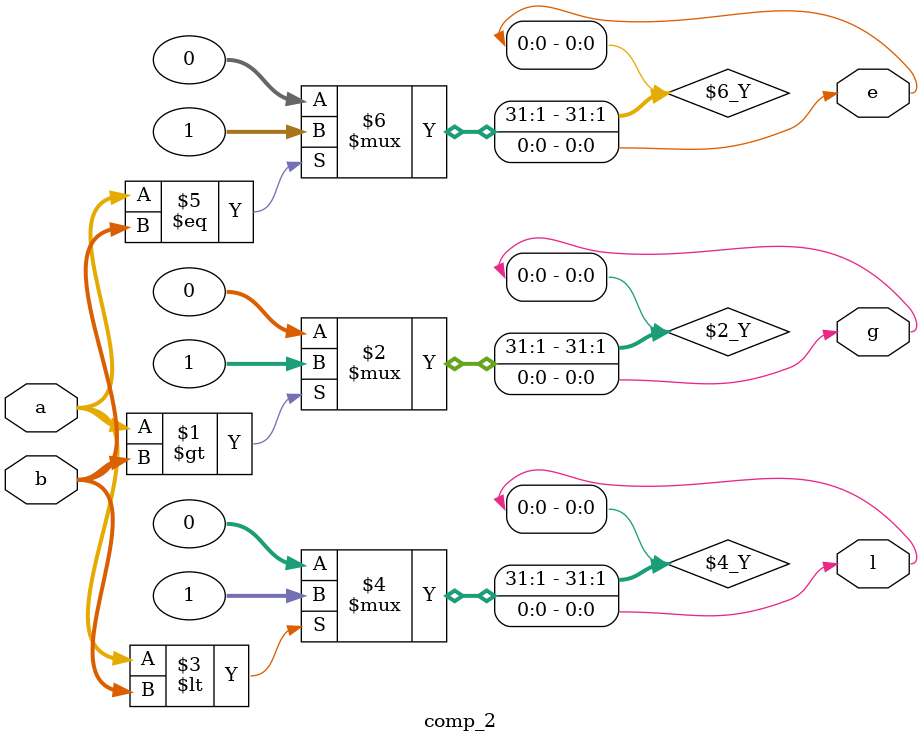
<source format=v>
module comp_2(a,b,g,l,e);
input [1:0]a;
input [1:0]b;
output g,l,e;
wire g,l,e;
assign g=(a>b)?1:0, l=(a<b)?1:0, e=(a==b)?1:0;
endmodule
</source>
